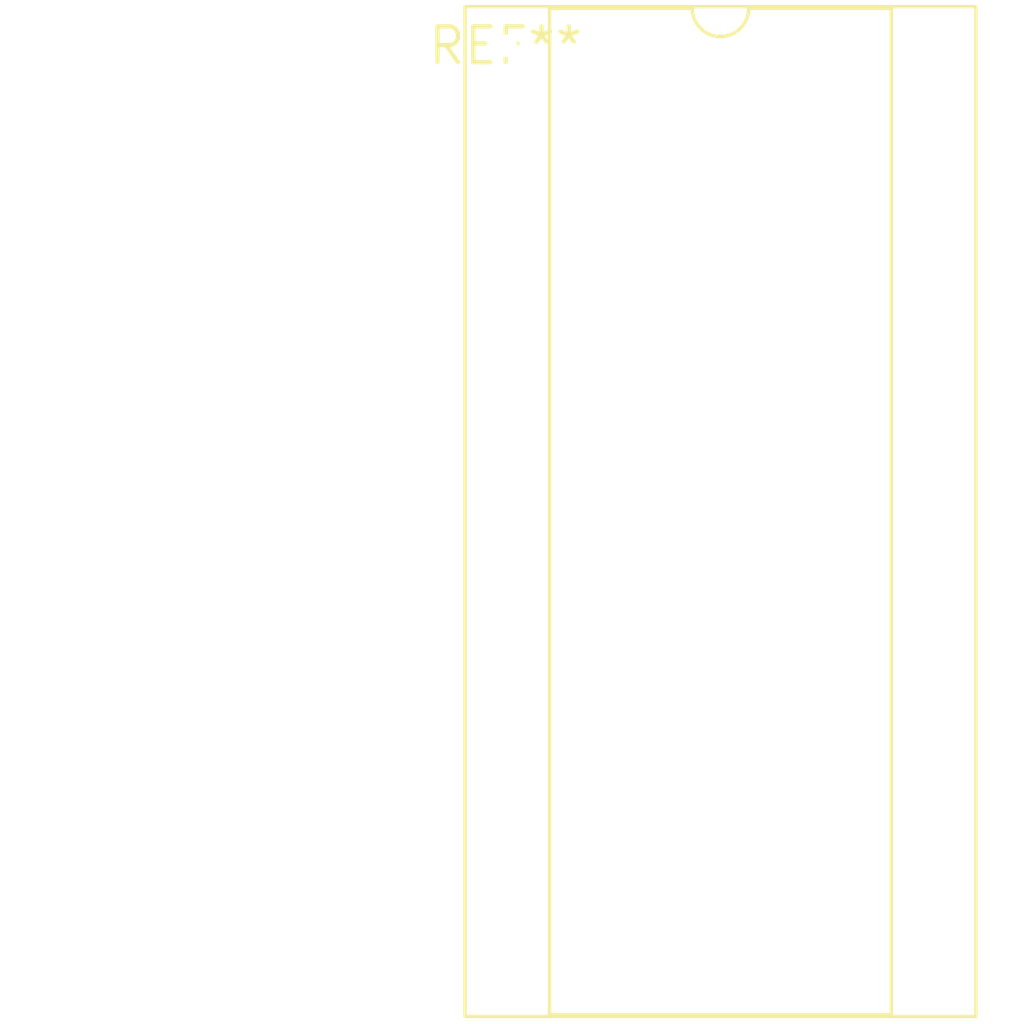
<source format=kicad_pcb>
(kicad_pcb (version 20240108) (generator pcbnew)
  (layers (0 "F.Cu" signal) (31 "B.Cu" signal) (34 "B.Paste" user) (35 "F.Paste" user) (36 "B.SilkS" user "B.Silkscreen") (37 "F.SilkS" user "F.Silkscreen") (38 "B.Mask" user) (39 "F.Mask" user) (44 "Edge.Cuts" user))
  (net 0 "")
  (footprint "DIP-28_W15.24mm_Socket_LongPads" (layer "F.Cu") (at 0 0)
    (property "Reference" "REF**")
    (property "Value" "DIP-28_W15.24mm_Socket_LongPads")
    (fp_line (start -1.44 -1.39) (end -1.44 34.41) (layer "F.SilkS") (stroke (width 0.12)))
    (fp_line (start -1.44 34.41) (end 16.68 34.41) (layer "F.SilkS") (stroke (width 0.12)))
    (fp_line (start 1.56 -1.33) (end 1.56 34.35) (layer "F.SilkS") (stroke (width 0.12)))
    (fp_line (start 1.56 34.35) (end 13.68 34.35) (layer "F.SilkS") (stroke (width 0.12)))
    (fp_line (start 6.62 -1.33) (end 1.56 -1.33) (layer "F.SilkS") (stroke (width 0.12)))
    (fp_line (start 13.68 -1.33) (end 8.62 -1.33) (layer "F.SilkS") (stroke (width 0.12)))
    (fp_line (start 13.68 34.35) (end 13.68 -1.33) (layer "F.SilkS") (stroke (width 0.12)))
    (fp_line (start 16.68 -1.39) (end -1.44 -1.39) (layer "F.SilkS") (stroke (width 0.12)))
    (fp_line (start 16.68 34.41) (end 16.68 -1.39) (layer "F.SilkS") (stroke (width 0.12)))
    (fp_arc (start 8.62 -1.33) (mid 7.62 -0.33) (end 6.62 -1.33) (layer "F.SilkS") (stroke (width 0.12)))
    (pad "1" thru_hole rect (at 0 0) (size 2.4 1.6) (drill 0.8) (layers *.Cu *.Mask) (remove_unused_layers))
    (pad "2" thru_hole oval (at 0 2.54) (size 2.4 1.6) (drill 0.8) (layers *.Cu *.Mask) (remove_unused_layers))
    (pad "3" thru_hole oval (at 0 5.08) (size 2.4 1.6) (drill 0.8) (layers *.Cu *.Mask) (remove_unused_layers))
    (pad "4" thru_hole oval (at 0 7.62) (size 2.4 1.6) (drill 0.8) (layers *.Cu *.Mask) (remove_unused_layers))
    (pad "5" thru_hole oval (at 0 10.16) (size 2.4 1.6) (drill 0.8) (layers *.Cu *.Mask) (remove_unused_layers))
    (pad "6" thru_hole oval (at 0 12.7) (size 2.4 1.6) (drill 0.8) (layers *.Cu *.Mask) (remove_unused_layers))
    (pad "7" thru_hole oval (at 0 15.24) (size 2.4 1.6) (drill 0.8) (layers *.Cu *.Mask) (remove_unused_layers))
    (pad "8" thru_hole oval (at 0 17.78) (size 2.4 1.6) (drill 0.8) (layers *.Cu *.Mask) (remove_unused_layers))
    (pad "9" thru_hole oval (at 0 20.32) (size 2.4 1.6) (drill 0.8) (layers *.Cu *.Mask) (remove_unused_layers))
    (pad "10" thru_hole oval (at 0 22.86) (size 2.4 1.6) (drill 0.8) (layers *.Cu *.Mask) (remove_unused_layers))
    (pad "11" thru_hole oval (at 0 25.4) (size 2.4 1.6) (drill 0.8) (layers *.Cu *.Mask) (remove_unused_layers))
    (pad "12" thru_hole oval (at 0 27.94) (size 2.4 1.6) (drill 0.8) (layers *.Cu *.Mask) (remove_unused_layers))
    (pad "13" thru_hole oval (at 0 30.48) (size 2.4 1.6) (drill 0.8) (layers *.Cu *.Mask) (remove_unused_layers))
    (pad "14" thru_hole oval (at 0 33.02) (size 2.4 1.6) (drill 0.8) (layers *.Cu *.Mask) (remove_unused_layers))
    (pad "15" thru_hole oval (at 15.24 33.02) (size 2.4 1.6) (drill 0.8) (layers *.Cu *.Mask) (remove_unused_layers))
    (pad "16" thru_hole oval (at 15.24 30.48) (size 2.4 1.6) (drill 0.8) (layers *.Cu *.Mask) (remove_unused_layers))
    (pad "17" thru_hole oval (at 15.24 27.94) (size 2.4 1.6) (drill 0.8) (layers *.Cu *.Mask) (remove_unused_layers))
    (pad "18" thru_hole oval (at 15.24 25.4) (size 2.4 1.6) (drill 0.8) (layers *.Cu *.Mask) (remove_unused_layers))
    (pad "19" thru_hole oval (at 15.24 22.86) (size 2.4 1.6) (drill 0.8) (layers *.Cu *.Mask) (remove_unused_layers))
    (pad "20" thru_hole oval (at 15.24 20.32) (size 2.4 1.6) (drill 0.8) (layers *.Cu *.Mask) (remove_unused_layers))
    (pad "21" thru_hole oval (at 15.24 17.78) (size 2.4 1.6) (drill 0.8) (layers *.Cu *.Mask) (remove_unused_layers))
    (pad "22" thru_hole oval (at 15.24 15.24) (size 2.4 1.6) (drill 0.8) (layers *.Cu *.Mask) (remove_unused_layers))
    (pad "23" thru_hole oval (at 15.24 12.7) (size 2.4 1.6) (drill 0.8) (layers *.Cu *.Mask) (remove_unused_layers))
    (pad "24" thru_hole oval (at 15.24 10.16) (size 2.4 1.6) (drill 0.8) (layers *.Cu *.Mask) (remove_unused_layers))
    (pad "25" thru_hole oval (at 15.24 7.62) (size 2.4 1.6) (drill 0.8) (layers *.Cu *.Mask) (remove_unused_layers))
    (pad "26" thru_hole oval (at 15.24 5.08) (size 2.4 1.6) (drill 0.8) (layers *.Cu *.Mask) (remove_unused_layers))
    (pad "27" thru_hole oval (at 15.24 2.54) (size 2.4 1.6) (drill 0.8) (layers *.Cu *.Mask) (remove_unused_layers))
    (pad "28" thru_hole oval (at 15.24 0) (size 2.4 1.6) (drill 0.8) (layers *.Cu *.Mask) (remove_unused_layers))
  )
)
</source>
